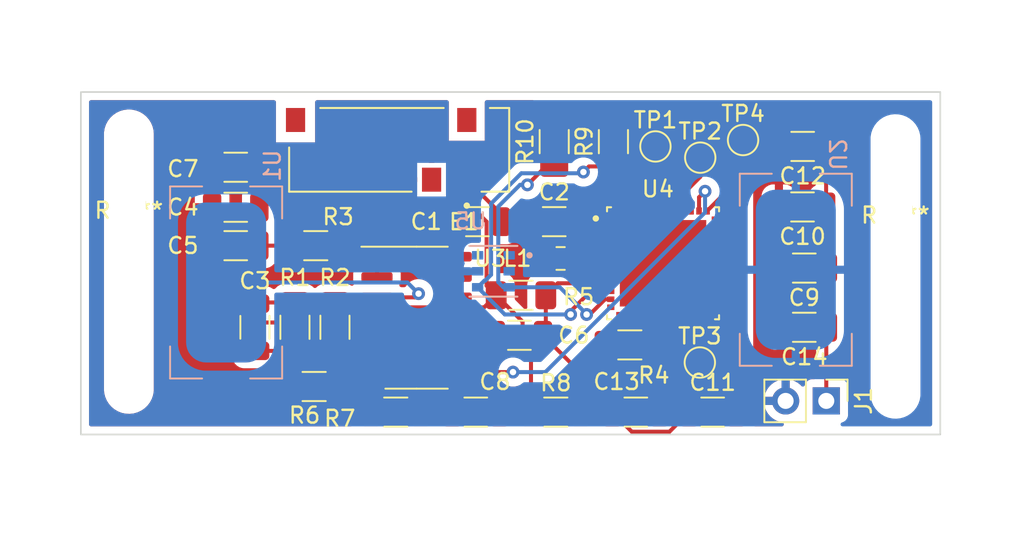
<source format=kicad_pcb>
(kicad_pcb (version 20211014) (generator pcbnew)
  (layers (0 "F.Cu" signal) (31 "B.Cu" signal) (34 "B.Paste" user) (35 "F.Paste" user) (36 "B.SilkS" user "B.Silkscreen") (37 "F.SilkS" user "F.Silkscreen") (38 "B.Mask" user) (39 "F.Mask" user) (44 "Edge.Cuts" user))
  (net 0 "")
  (net 1 "+3V3")
  (net 2 "Net-(C3-Pad2)")
  (net 3 "Net-(C4-Pad1)")
  (net 4 "GND")
  (net 5 "S")
  (net 6 "Net-(C11-Pad1)")
  (net 7 "Net-(R3-Pad1)")
  (net 8 "Net-(R6-Pad1)")
  (net 9 "SDA")
  (net 10 "SCL")
  (net 13 "Net-(C1-Pad2)")
  (net 14 "Net-(C2-Pad2)")
  (net 15 "Net-(C6-Pad1)")
  (net 16 "Net-(TP1-Pad1)")
  (net 17 "Net-(TP2-Pad1)")
  (net 18 "Net-(TP3-Pad1)")
  (net 51 "Net-(U4-Pad18)")
  (footprint "Resistor_SMD:R_1206_3216Metric_Pad1.30x1.75mm_HandSolder" (layer "F.Cu") (at 130.675 123.3 -90)
    (fp_text reference "R2" (at -3.1 0 180) (layer "F.SilkS"))
    (fp_text value "1M")
    (fp_line (start -0.727064 0.91) (end 0.727064 0.91) (layer "F.SilkS") (width 0.12))
    (fp_line (start -0.727064 -0.91) (end 0.727064 -0.91) (layer "F.SilkS") (width 0.12))
    (pad "1" smd roundrect (at -1.55 0 270) (size 1.3 1.75) (layers "F.Cu" "F.Paste" "F.Mask") (roundrect_rratio 0.192308) (net 2 "Net-(C3-Pad2)"))
    (pad "2" smd roundrect (at 1.55 0 270) (size 1.3 1.75) (layers "F.Cu" "F.Paste" "F.Mask") (roundrect_rratio 0.192308) (net 4 "GND"))
  )
  (footprint "Capacitor_SMD:C_1206_3216Metric" (layer "F.Cu") (at 124.475 115.8 180)
    (fp_text reference "C4" (at 3.3 0) (layer "F.SilkS"))
    (fp_text value "100u")
    (fp_line (start -0.711252 0.91) (end 0.711252 0.91) (layer "F.SilkS") (width 0.12))
    (fp_line (start -0.711252 -0.91) (end 0.711252 -0.91) (layer "F.SilkS") (width 0.12))
    (pad "1" smd roundrect (at -1.475 0 180) (size 1.15 1.8) (layers "F.Cu" "F.Paste" "F.Mask") (roundrect_rratio 0.217391) (net 3 "Net-(C4-Pad1)"))
    (pad "2" smd roundrect (at 1.475 0 180) (size 1.15 1.8) (layers "F.Cu" "F.Paste" "F.Mask") (roundrect_rratio 0.217391) (net 4 "GND"))
  )
  (footprint "TestPoint:TestPoint_Pad_D1.5mm" (layer "F.Cu") (at 153.5 112.7)
    (fp_text reference "TP2" (at 0 -1.648) (layer "F.SilkS"))
    (fp_text value "TestPoint")
    (fp_circle (center 0 0) (end 0 0.95) (layer "F.SilkS") (width 0.12) (fill none))
    (pad "1" smd circle (at 0 0) (size 1.5 1.5) (layers "F.Cu" "F.Mask") (net 17 "Net-(TP2-Pad1)"))
  )
  (footprint "MountingHole:MountingHole_2.1mm" (layer "F.Cu") (at 165.7 119.5)
    (fp_text reference "REF**" (at 0 -3.2) (layer "F.SilkS"))
    (fp_text value "MountingHole_2.1mm")
    (pad "" np_thru_hole oval (at 0 0) (size 2.1 18) (drill oval 2.1 18) (layers F&B.Cu *.Mask))
  )
  (footprint "TestPoint:TestPoint_Pad_D1.5mm" (layer "F.Cu") (at 153.475 125.5)
    (fp_text reference "TP3" (at 0 -1.648) (layer "F.SilkS"))
    (fp_text value "TestPoint")
    (fp_circle (center 0 0) (end 0 0.95) (layer "F.SilkS") (width 0.12) (fill none))
    (pad "1" smd circle (at 0 0) (size 1.5 1.5) (layers "F.Cu" "F.Mask") (net 18 "Net-(TP3-Pad1)"))
  )
  (footprint "TestPoint:TestPoint_Pad_D1.5mm" (layer "F.Cu") (at 156.175 111.6)
    (fp_text reference "TP4" (at 0 -1.648) (layer "F.SilkS"))
    (fp_text value "TestPoint")
    (fp_circle (center 0 0) (end 0 0.95) (layer "F.SilkS") (width 0.12) (fill none))
    (pad "1" smd circle (at 0 0) (size 1.5 1.5) (layers "F.Cu" "F.Mask") (net 15 "Net-(C6-Pad1)"))
  )
  (footprint "MountingHole:MountingHole_2.1mm" (layer "F.Cu") (at 117.8 119.2)
    (fp_text reference "REF**" (at 0 -3.2) (layer "F.SilkS"))
    (fp_text value "MountingHole_2.1mm")
    (pad "" np_thru_hole oval (at 0 0) (size 2.1 18) (drill oval 2.1 18) (layers F&B.Cu *.Mask))
  )
  (footprint "Resistor_SMD:R_1206_3216Metric_Pad1.30x1.75mm_HandSolder" (layer "F.Cu") (at 129.375 127 180)
    (fp_text reference "R6" (at 0.6 -1.8) (layer "F.SilkS"))
    (fp_text value "2.4k")
    (fp_line (start -0.727064 -0.91) (end 0.727064 -0.91) (layer "F.SilkS") (width 0.12))
    (fp_line (start -0.727064 0.91) (end 0.727064 0.91) (layer "F.SilkS") (width 0.12))
    (pad "1" smd roundrect (at -1.55 0 180) (size 1.3 1.75) (layers "F.Cu" "F.Paste" "F.Mask") (roundrect_rratio 0.192308) (net 8 "Net-(R6-Pad1)"))
    (pad "2" smd roundrect (at 1.55 0 180) (size 1.3 1.75) (layers "F.Cu" "F.Paste" "F.Mask") (roundrect_rratio 0.192308) (net 4 "GND"))
  )
  (footprint "Capacitor_SMD:C_1206_3216Metric" (layer "F.Cu") (at 124.475 113.3 180)
    (fp_text reference "C7" (at 3.3 -0.1) (layer "F.SilkS"))
    (fp_text value "1u")
    (fp_line (start -0.711252 0.91) (end 0.711252 0.91) (layer "F.SilkS") (width 0.12))
    (fp_line (start -0.711252 -0.91) (end 0.711252 -0.91) (layer "F.SilkS") (width 0.12))
    (pad "1" smd roundrect (at -1.475 0 180) (size 1.15 1.8) (layers "F.Cu" "F.Paste" "F.Mask") (roundrect_rratio 0.217391) (net 3 "Net-(C4-Pad1)"))
    (pad "2" smd roundrect (at 1.475 0 180) (size 1.15 1.8) (layers "F.Cu" "F.Paste" "F.Mask") (roundrect_rratio 0.217391) (net 4 "GND"))
  )
  (footprint "Capacitor_SMD:C_1206_3216Metric" (layer "F.Cu") (at 139.575 116.7)
    (fp_text reference "C1" (at -3.2 0) (layer "F.SilkS"))
    (fp_text value "2.7pF")
    (fp_line (start -0.711252 0.91) (end 0.711252 0.91) (layer "F.SilkS") (width 0.12))
    (fp_line (start -0.711252 -0.91) (end 0.711252 -0.91) (layer "F.SilkS") (width 0.12))
    (pad "1" smd roundrect (at -1.475 0) (size 1.15 1.8) (layers "F.Cu" "F.Paste" "F.Mask") (roundrect_rratio 0.217391) (net 4 "GND"))
    (pad "2" smd roundrect (at 1.475 0) (size 1.15 1.8) (layers "F.Cu" "F.Paste" "F.Mask") (roundrect_rratio 0.217391) (net 13 "Net-(C1-Pad2)"))
  )
  (footprint "Capacitor_SMD:C_1206_3216Metric" (layer "F.Cu") (at 154.275 128.6)
    (fp_text reference "C11" (at 0 -1.85) (layer "F.SilkS"))
    (fp_text value "10uF")
    (fp_line (start -0.711252 0.91) (end 0.711252 0.91) (layer "F.SilkS") (width 0.12))
    (fp_line (start -0.711252 -0.91) (end 0.711252 -0.91) (layer "F.SilkS") (width 0.12))
    (pad "1" smd roundrect (at -1.475 0) (size 1.15 1.8) (layers "F.Cu" "F.Paste" "F.Mask") (roundrect_rratio 0.217391) (net 6 "Net-(C11-Pad1)"))
    (pad "2" smd roundrect (at 1.475 0) (size 1.15 1.8) (layers "F.Cu" "F.Paste" "F.Mask") (roundrect_rratio 0.217391) (net 4 "GND"))
  )
  (footprint "ESP_32:PQFN50P700X700X104-49N" (layer "F.Cu") (at 151.175 119.3)
    (fp_text reference "U4" (at -0.325 -4.635) (layer "F.SilkS"))
    (fp_text value "ESP32-PICO-D4")
    (fp_line (start -3.5 3.5) (end -3.245 3.5) (layer "F.SilkS") (width 0.127))
    (fp_line (start 3.5 3.245) (end 3.5 3.5) (layer "F.SilkS") (width 0.127))
    (fp_line (start -3.5 -3.5) (end -3.245 -3.5) (layer "F.SilkS") (width 0.127))
    (fp_line (start 3.5 -3.5) (end 3.245 -3.5) (layer "F.SilkS") (width 0.127))
    (fp_line (start 3.5 3.5) (end 3.245 3.5) (layer "F.SilkS") (width 0.127))
    (fp_line (start -3.5 -3.245) (end -3.5 -3.5) (layer "F.SilkS") (width 0.127))
    (fp_line (start -3.5 3.245) (end -3.5 3.5) (layer "F.SilkS") (width 0.127))
    (fp_line (start 3.5 -3.245) (end 3.5 -3.5) (layer "F.SilkS") (width 0.127))
    (fp_circle (center -4.2 -2.8) (end -4.1 -2.8) (layer "F.SilkS") (width 0.2) (fill none))
    (pad "1" smd roundrect (at -3.265 -2.75 180) (size 0.45 0.35) (layers "F.Cu" "F.Paste" "F.Mask") (roundrect_rratio 0.04) (net 1 "+3V3"))
    (pad "2" smd roundrect (at -3.265 -2.25 180) (size 0.45 0.35) (layers "F.Cu" "F.Paste" "F.Mask") (roundrect_rratio 0.04) (net 14 "Net-(C2-Pad2)"))
    (pad "3" smd roundrect (at -3.265 -1.75 180) (size 0.45 0.35) (layers "F.Cu" "F.Paste" "F.Mask") (roundrect_rratio 0.04) (net 1 "+3V3"))
    (pad "4" smd roundrect (at -3.265 -1.25 180) (size 0.45 0.35) (layers "F.Cu" "F.Paste" "F.Mask") (roundrect_rratio 0.04) (net 1 "+3V3"))
    (pad "5" smd roundrect (at -3.265 -0.75 180) (size 0.45 0.35) (layers "F.Cu" "F.Paste" "F.Mask") (roundrect_rratio 0.04))
    (pad "6" smd roundrect (at -3.265 -0.25 180) (size 0.45 0.35) (layers "F.Cu" "F.Paste" "F.Mask") (roundrect_rratio 0.04))
    (pad "7" smd roundrect (at -3.265 0.25 180) (size 0.45 0.35) (layers "F.Cu" "F.Paste" "F.Mask") (roundrect_rratio 0.04))
    (pad "8" smd roundrect (at -3.265 0.75 180) (size 0.45 0.35) (layers "F.Cu" "F.Paste" "F.Mask") (roundrect_rratio 0.04))
    (pad "9" smd roundrect (at -3.265 1.25 180) (size 0.45 0.35) (layers "F.Cu" "F.Paste" "F.Mask") (roundrect_rratio 0.04) (net 15 "Net-(C6-Pad1)"))
    (pad "10" smd roundrect (at -3.265 1.75 180) (size 0.45 0.35) (layers "F.Cu" "F.Paste" "F.Mask") (roundrect_rratio 0.04) (net 9 "SDA"))
    (pad "11" smd roundrect (at -3.265 2.25 180) (size 0.45 0.35) (layers "F.Cu" "F.Paste" "F.Mask") (roundrect_rratio 0.04) (net 10 "SCL"))
    (pad "12" smd roundrect (at -3.265 2.75 180) (size 0.45 0.35) (layers "F.Cu" "F.Paste" "F.Mask") (roundrect_rratio 0.04))
    (pad "13" smd roundrect (at -2.75 3.265 270) (size 0.45 0.35) (layers "F.Cu" "F.Paste" "F.Mask") (roundrect_rratio 0.04))
    (pad "14" smd roundrect (at -2.25 3.265 270) (size 0.45 0.35) (layers "F.Cu" "F.Paste" "F.Mask") (roundrect_rratio 0.04))
    (pad "15" smd roundrect (at -1.75 3.265 270) (size 0.45 0.35) (layers "F.Cu" "F.Paste" "F.Mask") (roundrect_rratio 0.04))
    (pad "16" smd roundrect (at -1.25 3.265 270) (size 0.45 0.35) (layers "F.Cu" "F.Paste" "F.Mask") (roundrect_rratio 0.04))
    (pad "17" smd roundrect (at -0.75 3.265 270) (size 0.45 0.35) (layers "F.Cu" "F.Paste" "F.Mask") (roundrect_rratio 0.04))
    (pad "18" smd roundrect (at -0.25 3.265 270) (size 0.45 0.35) (layers "F.Cu" "F.Paste" "F.Mask") (roundrect_rratio 0.04) (net 51 "Net-(U4-Pad18)"))
    (pad "19" smd roundrect (at 0.25 3.265 270) (size 0.45 0.35) (layers "F.Cu" "F.Paste" "F.Mask") (roundrect_rratio 0.04) (net 1 "+3V3"))
    (pad "20" smd roundrect (at 0.75 3.265 270) (size 0.45 0.35) (layers "F.Cu" "F.Paste" "F.Mask") (roundrect_rratio 0.04))
    (pad "21" smd roundrect (at 1.25 3.265 270) (size 0.45 0.35) (layers "F.Cu" "F.Paste" "F.Mask") (roundrect_rratio 0.04))
    (pad "22" smd roundrect (at 1.75 3.265 270) (size 0.45 0.35) (layers "F.Cu" "F.Paste" "F.Mask") (roundrect_rratio 0.04))
    (pad "23" smd roundrect (at 2.25 3.265 270) (size 0.45 0.35) (layers "F.Cu" "F.Paste" "F.Mask") (roundrect_rratio 0.04) (net 18 "Net-(TP3-Pad1)"))
    (pad "24" smd roundrect (at 2.75 3.265 270) (size 0.45 0.35) (layers "F.Cu" "F.Paste" "F.Mask") (roundrect_rratio 0.04))
    (pad "25" smd roundrect (at 3.265 2.75) (size 0.45 0.35) (layers "F.Cu" "F.Paste" "F.Mask") (roundrect_rratio 0.04))
    (pad "26" smd roundrect (at 3.265 2.25) (size 0.45 0.35) (layers "F.Cu" "F.Paste" "F.Mask") (roundrect_rratio 0.04))
    (pad "27" smd roundrect (at 3.265 1.75) (size 0.45 0.35) (layers "F.Cu" "F.Paste" "F.Mask") (roundrect_rratio 0.04))
    (pad "28" smd roundrect (at 3.265 1.25) (size 0.45 0.35) (layers "F.Cu" "F.Paste" "F.Mask") (roundrect_rratio 0.04))
    (pad "29" smd roundrect (at 3.265 0.75) (size 0.45 0.35) (layers "F.Cu" "F.Paste" "F.Mask") (roundrect_rratio 0.04))
    (pad "30" smd roundrect (at 3.265 0.25) (size 0.45 0.35) (layers "F.Cu" "F.Paste" "F.Mask") (roundrect_rratio 0.04))
    (pad "31" smd roundrect (at 3.265 -0.25) (size 0.45 0.35) (layers "F.Cu" "F.Paste" "F.Mask") (roundrect_rratio 0.04))
    (pad "32" smd roundrect (at 3.265 -0.75) (size 0.45 0.35) (layers "F.Cu" "F.Paste" "F.Mask") (roundrect_rratio 0.04))
    (pad "33" smd roundrect (at 3.265 -1.25) (size 0.45 0.35) (layers "F.Cu" "F.Paste" "F.Mask") (roundrect_rratio 0.04))
    (pad "34" smd roundrect (at 3.265 -1.75) (size 0.45 0.35) (layers "F.Cu" "F.Paste" "F.Mask") (roundrect_rratio 0.04))
    (pad "35" smd roundrect (at 3.265 -2.25) (size 0.45 0.35) (layers "F.Cu" "F.Paste" "F.Mask") (roundrect_rratio 0.04))
    (pad "36" smd roundrect (at 3.265 -2.75) (size 0.45 0.35) (layers "F.Cu" "F.Paste" "F.Mask") (roundrect_rratio 0.04))
    (pad "37" smd roundrect (at 2.75 -3.265 90) (size 0.45 0.35) (layers "F.Cu" "F.Paste" "F.Mask") (roundrect_rratio 0.04) (net 1 "+3V3"))
    (pad "38" smd roundrect (at 2.25 -3.265 90) (size 0.45 0.35) (layers "F.Cu" "F.Paste" "F.Mask") (roundrect_rratio 0.04) (net 5 "S"))
    (pad "39" smd roundrect (at 1.75 -3.265 90) (size 0.45 0.35) (layers "F.Cu" "F.Paste" "F.Mask") (roundrect_rratio 0.04))
    (pad "40" smd roundrect (at 1.25 -3.265 90) (size 0.45 0.35) (layers "F.Cu" "F.Paste" "F.Mask") (roundrect_rratio 0.04) (net 17 "Net-(TP2-Pad1)"))
    (pad "41" smd roundrect (at 0.75 -3.265 90) (size 0.45 0.35) (layers "F.Cu" "F.Paste" "F.Mask") (roundrect_rratio 0.04) (net 16 "Net-(TP1-Pad1)"))
    (pad "42" smd roundrect (at 0.25 -3.265 90) (size 0.45 0.35) (layers "F.Cu" "F.Paste" "F.Mask") (roundrect_rratio 0.04))
    (pad "43" smd roundrect (at -0.25 -3.265 90) (size 0.45 0.35) (layers "F.Cu" "F.Paste" "F.Mask") (roundrect_rratio 0.04) (net 1 "+3V3"))
    (pad "44" smd roundrect (at -0.75 -3.265 90) (size 0.45 0.35) (layers "F.Cu" "F.Paste" "F.Mask") (roundrect_rratio 0.04))
    (pad "45" smd roundrect (at -1.25 -3.265 90) (size 0.45 0.35) (layers "F.Cu" "F.Paste" "F.Mask") (roundrect_rratio 0.04))
    (pad "46" smd roundrect (at -1.75 -3.265 90) (size 0.45 0.35) (layers "F.Cu" "F.Paste" "F.Mask") (roundrect_rratio 0.04) (net 1 "+3V3"))
    (pad "47" smd roundrect (at -2.25 -3.265 90) (size 0.45 0.35) (layers "F.Cu" "F.Paste" "F.Mask") (roundrect_rratio 0.04))
    (pad "48" smd roundrect (at -2.75 -3.265 90) (size 0.45 0.35) (layers "F.Cu" "F.Paste" "F.Mask") (roundrect_rratio 0.04))
    (pad "49" smd rect (at 0 0) (size 5.4 5.4) (layers "F.Cu" "F.Mask") (net 4 "GND"))
  )
  (footprint "Capacitor_SMD:C_1206_3216Metric" (layer "F.Cu") (at 159.9 112 180)
    (fp_text reference "C12" (at 0 -1.85) (layer "F.SilkS"))
    (fp_text value "100n")
    (fp_line (start -0.711252 0.91) (end 0.711252 0.91) (layer "F.SilkS") (width 0.12))
    (fp_line (start -0.711252 -0.91) (end 0.711252 -0.91) (layer "F.SilkS") (width 0.12))
    (pad "1" smd roundrect (at -1.475 0 180) (size 1.15 1.8) (layers "F.Cu" "F.Paste" "F.Mask") (roundrect_rratio 0.217391) (net 1 "+3V3"))
    (pad "2" smd roundrect (at 1.475 0 180) (size 1.15 1.8) (layers "F.Cu" "F.Paste" "F.Mask") (roundrect_rratio 0.217391) (net 4 "GND"))
  )
  (footprint "Capacitor_SMD:C_1206_3216Metric" (layer "F.Cu") (at 160 123.3 180)
    (fp_text reference "C14" (at 0 -1.85) (layer "F.SilkS"))
    (fp_text value "1n")
    (fp_line (start -0.711252 -0.91) (end 0.711252 -0.91) (layer "F.SilkS") (width 0.12))
    (fp_line (start -0.711252 0.91) (end 0.711252 0.91) (layer "F.SilkS") (width 0.12))
    (pad "1" smd roundrect (at -1.475 0 180) (size 1.15 1.8) (layers "F.Cu" "F.Paste" "F.Mask") (roundrect_rratio 0.217391) (net 1 "+3V3"))
    (pad "2" smd roundrect (at 1.475 0 180) (size 1.15 1.8) (layers "F.Cu" "F.Paste" "F.Mask") (roundrect_rratio 0.217391) (net 4 "GND"))
  )
  (footprint "Resistor_SMD:R_1206_3216Metric_Pad1.30x1.75mm_HandSolder" (layer "F.Cu") (at 149.1 124.4)
    (fp_text reference "R4" (at 1.5 1.9) (layer "F.SilkS"))
    (fp_text value "10K")
    (fp_line (start -0.727064 -0.91) (end 0.727064 -0.91) (layer "F.SilkS") (width 0.12))
    (fp_line (start -0.727064 0.91) (end 0.727064 0.91) (layer "F.SilkS") (width 0.12))
    (pad "1" smd roundrect (at -1.55 0) (size 1.3 1.75) (layers "F.Cu" "F.Paste" "F.Mask") (roundrect_rratio 0.192308) (net 1 "+3V3"))
    (pad "2" smd roundrect (at 1.55 0) (size 1.3 1.75) (layers "F.Cu" "F.Paste" "F.Mask") (roundrect_rratio 0.192308) (net 51 "Net-(U4-Pad18)"))
  )
  (footprint "Inductor_SMD:L_0805_2012Metric_Pad1.15x1.40mm_HandSolder" (layer "F.Cu") (at 144.775 119)
    (fp_text reference "L1" (at -2.7 0) (layer "F.SilkS"))
    (fp_text value "1.6nH")
    (fp_line (start -0.261252 -0.71) (end 0.261252 -0.71) (layer "F.SilkS") (width 0.12))
    (fp_line (start -0.261252 0.71) (end 0.261252 0.71) (layer "F.SilkS") (width 0.12))
    (pad "1" smd roundrect (at -1.025 0) (size 1.15 1.4) (layers "F.Cu" "F.Paste" "F.Mask") (roundrect_rratio 0.217391) (net 4 "GND"))
    (pad "2" smd roundrect (at 1.025 0) (size 1.15 1.4) (layers "F.Cu" "F.Paste" "F.Mask") (roundrect_rratio 0.217391) (net 14 "Net-(C2-Pad2)"))
  )
  (footprint "Resistor_SMD:R_1206_3216Metric_Pad1.30x1.75mm_HandSolder" (layer "F.Cu") (at 148.075 111.7 90)
    (fp_text reference "R9" (at 0 -1.82 90) (layer "F.SilkS"))
    (fp_text value "10k")
    (fp_line (start -0.727064 0.91) (end 0.727064 0.91) (layer "F.SilkS") (width 0.12))
    (fp_line (start -0.727064 -0.91) (end 0.727064 -0.91) (layer "F.SilkS") (width 0.12))
    (pad "1" smd roundrect (at -1.55 0 90) (size 1.3 1.75) (layers "F.Cu" "F.Paste" "F.Mask") (roundrect_rratio 0.192308) (net 9 "SDA"))
    (pad "2" smd roundrect (at 1.55 0 90) (size 1.3 1.75) (layers "F.Cu" "F.Paste" "F.Mask") (roundrect_rratio 0.192308) (net 1 "+3V3"))
  )
  (footprint "Resistor_SMD:R_1206_3216Metric_Pad1.30x1.75mm_HandSolder" (layer "F.Cu") (at 144.475 128.6)
    (fp_text reference "R8" (at 0 -1.82) (layer "F.SilkS"))
    (fp_text value "220")
    (fp_line (start -0.727064 -0.91) (end 0.727064 -0.91) (layer "F.SilkS") (width 0.12))
    (fp_line (start -0.727064 0.91) (end 0.727064 0.91) (layer "F.SilkS") (width 0.12))
    (pad "1" smd roundrect (at -1.55 0) (size 1.3 1.75) (layers "F.Cu" "F.Paste" "F.Mask") (roundrect_rratio 0.192308) (net 1 "+3V3"))
    (pad "2" smd roundrect (at 1.55 0) (size 1.3 1.75) (layers "F.Cu" "F.Paste" "F.Mask") (roundrect_rratio 0.192308) (net 6 "Net-(C11-Pad1)"))
  )
  (footprint "Package_SO:SOIC-14_3.9x8.7mm_P1.27mm" (layer "F.Cu") (at 135.775 122.7)
    (fp_text reference "U3" (at 4.6 -3.7) (layer "F.SilkS"))
    (fp_text value "LM324")
    (fp_line (start 0 -4.435) (end 1.95 -4.435) (layer "F.SilkS") (width 0.12))
    (fp_line (start 0 4.435) (end 1.95 4.435) (layer "F.SilkS") (width 0.12))
    (fp_line (start 0 -4.435) (end -3.45 -4.435) (layer "F.SilkS") (width 0.12))
    (fp_line (start 0 4.435) (end -1.95 4.435) (layer "F.SilkS") (width 0.12))
    (pad "1" smd roundrect (at -2.475 -3.81) (size 1.95 0.6) (layers "F.Cu" "F.Paste" "F.Mask") (net 7 "Net-(R3-Pad1)"))
    (pad "2" smd roundrect (at -2.475 -2.54) (size 1.95 0.6) (layers "F.Cu" "F.Paste" "F.Mask") (net 7 "Net-(R3-Pad1)"))
    (pad "3" smd roundrect (at -2.475 -1.27) (size 1.95 0.6) (layers "F.Cu" "F.Paste" "F.Mask") (net 2 "Net-(C3-Pad2)"))
    (pad "4" smd roundrect (at -2.475 0) (size 1.95 0.6) (layers "F.Cu" "F.Paste" "F.Mask") (net 1 "+3V3"))
    (pad "5" smd roundrect (at -2.475 1.27) (size 1.95 0.6) (layers "F.Cu" "F.Paste" "F.Mask") (net 3 "Net-(C4-Pad1)"))
    (pad "6" smd roundrect (at -2.475 2.54) (size 1.95 0.6) (layers "F.Cu" "F.Paste" "F.Mask") (net 8 "Net-(R6-Pad1)"))
    (pad "7" smd roundrect (at -2.475 3.81) (size 1.95 0.6) (layers "F.Cu" "F.Paste" "F.Mask") (net 5 "S"))
    (pad "8" smd roundrect (at 2.475 3.81) (size 1.95 0.6) (layers "F.Cu" "F.Paste" "F.Mask"))
    (pad "9" smd roundrect (at 2.475 2.54) (size 1.95 0.6) (layers "F.Cu" "F.Paste" "F.Mask"))
    (pad "10" smd roundrect (at 2.475 1.27) (size 1.95 0.6) (layers "F.Cu" "F.Paste" "F.Mask"))
    (pad "11" smd roundrect (at 2.475 0) (size 1.95 0.6) (layers "F.Cu" "F.Paste" "F.Mask") (net 4 "GND"))
    (pad "12" smd roundrect (at 2.475 -1.27) (size 1.95 0.6) (layers "F.Cu" "F.Paste" "F.Mask"))
    (pad "13" smd roundrect (at 2.475 -2.54) (size 1.95 0.6) (layers "F.Cu" "F.Paste" "F.Mask"))
    (pad "14" smd roundrect (at 2.475 -3.81) (size 1.95 0.6) (layers "F.Cu" "F.Paste" "F.Mask"))
  )
  (footprint "Capacitor_SMD:C_1206_3216Metric" (layer "F.Cu") (at 149.475 128.6)
    (fp_text reference "C13" (at -1.2 -1.9) (layer "F.SilkS"))
    (fp_text value "0.1uF")
    (fp_line (start -0.711252 -0.91) (end 0.711252 -0.91) (layer "F.SilkS") (width 0.12))
    (fp_line (start -0.711252 0.91) (end 0.711252 0.91) (layer "F.SilkS") (width 0.12))
    (pad "1" smd roundrect (at -1.475 0) (size 1.15 1.8) (layers "F.Cu" "F.Paste" "F.Mask") (roundrect_rratio 0.217391) (net 6 "Net-(C11-Pad1)"))
    (pad "2" smd roundrect (at 1.475 0) (size 1.15 1.8) (layers "F.Cu" "F.Paste" "F.Mask") (roundrect_rratio 0.217391) (net 4 "GND"))
  )
  (footprint "Capacitor_SMD:C_1206_3216Metric" (layer "F.Cu") (at 144.375 116.7)
    (fp_text reference "C2" (at 0 -1.85) (layer "F.SilkS"))
    (fp_text value "4.7pF")
    (fp_line (start -0.711252 -0.91) (end 0.711252 -0.91) (layer "F.SilkS") (width 0.12))
    (fp_line (start -0.711252 0.91) (end 0.711252 0.91) (layer "F.SilkS") (width 0.12))
    (pad "1" smd roundrect (at -1.475 0) (size 1.15 1.8) (layers "F.Cu" "F.Paste" "F.Mask") (roundrect_rratio 0.217391) (net 13 "Net-(C1-Pad2)"))
    (pad "2" smd roundrect (at 1.475 0) (size 1.15 1.8) (layers "F.Cu" "F.Paste" "F.Mask") (roundrect_rratio 0.217391) (net 14 "Net-(C2-Pad2)"))
  )
  (footprint "Antenna:ANT_PRO-OB-440" (layer "F.Cu") (at 138.9125 114.0775 180)
    (fp_text reference "E1" (at 0.175 -2.635) (layer "F.SilkS"))
    (fp_text value "PRO-OB-440")
    (fp_line (start 3.45 -0.75) (end 11.1 -0.75) (layer "F.SilkS") (width 0.127))
    (fp_line (start 1.445 4.48) (end 9.155 4.48) (layer "F.SilkS") (width 0.127))
    (fp_line (start -2.65 -0.75) (end -0.92 -0.75) (layer "F.SilkS") (width 0.127))
    (fp_line (start -2.65 4.48) (end -1.445 4.48) (layer "F.SilkS") (width 0.127))
    (fp_line (start 11.1 -0.75) (end 11.1 2.01) (layer "F.SilkS") (width 0.127))
    (fp_line (start -2.65 -0.75) (end -2.65 4.48) (layer "F.SilkS") (width 0.127))
    (fp_circle (center 0 -1.62) (end 0.1 -1.62) (layer "F.SilkS") (width 0.2) (fill none))
    (pad "1" smd rect (at 0 0 270) (size 1.5 1.2) (layers "F.Cu" "F.Paste" "F.Mask") (net 13 "Net-(C1-Pad2)"))
    (pad "2" smd rect (at 2.2 0 270) (size 1.5 1.2) (layers "F.Cu" "F.Paste" "F.Mask") (net 4 "GND"))
    (pad "3" smd rect (at 0 3.73 270) (size 1.5 1.2) (layers "F.Cu" "F.Paste" "F.Mask"))
    (pad "4" smd rect (at 10.7 3.73 270) (size 1.5 1.2) (layers "F.Cu" "F.Paste" "F.Mask"))
    (zone (net 0) (net_name "") (layer "F.Cu") (connect_pads (clearance 0)) (min_thickness 0.01)
      (keepout (tracks not_allowed) (vias not_allowed) (pads not_allowed) (copperpour not_allowed) (footprints allowed))
      (fill (thermal_gap 0.508) (thermal_bridge_width 0.508))
      (polygon (pts (xy 129.4375 111.7475) (xy 126.9875 111.7475) (xy 126.9875 108.9475) (xy 129.4375 108.9475)))
    )
    (zone (net 0) (net_name "") (layer "F.Cu") (connect_pads (clearance 0)) (min_thickness 0.01)
      (keepout (tracks not_allowed) (vias not_allowed) (pads not_allowed) (copperpour not_allowed) (footprints allowed))
      (fill (thermal_gap 0.508) (thermal_bridge_width 0.508))
      (polygon (pts (xy 137.6125 115.1275) (xy 135.8125 115.1275) (xy 135.8125 113.0275) (xy 137.6125 113.0275)))
    )
    (zone (net 0) (net_name "") (layer "F.Cu") (connect_pads (clearance 0)) (min_thickness 0.01)
      (keepout (tracks not_allowed) (vias not_allowed) (pads not_allowed) (copperpour not_allowed) (footprints allowed))
      (fill (thermal_gap 0.508) (thermal_bridge_width 0.508))
      (polygon (pts (xy 140.0375 111.6475) (xy 137.7875 111.6475) (xy 137.7875 109.0475) (xy 140.0375 109.0475)))
    )
    (zone (net 0) (net_name "") (layer "B.Cu") (connect_pads (clearance 0)) (min_thickness 0.01)
      (keepout (tracks not_allowed) (vias not_allowed) (pads not_allowed) (copperpour not_allowed) (footprints allowed))
      (fill (thermal_gap 0.508) (thermal_bridge_width 0.508))
      (polygon (pts (xy 129.4375 111.7475) (xy 126.9875 111.7475) (xy 126.9875 108.9475) (xy 129.4375 108.9475)))
    )
    (zone (net 0) (net_name "") (layer "B.Cu") (connect_pads (clearance 0)) (min_thickness 0.01)
      (keepout (tracks not_allowed) (vias not_allowed) (pads not_allowed) (copperpour not_allowed) (footprints allowed))
      (fill (thermal_gap 0.508) (thermal_bridge_width 0.508))
      (polygon (pts (xy 140.0375 111.6475) (xy 137.7875 111.6475) (xy 137.7875 109.0475) (xy 140.0375 109.0475)))
    )
    (zone (net 0) (net_name "") (layer "B.Cu") (connect_pads (clearance 0)) (min_thickness 0.01)
      (keepout (tracks not_allowed) (vias not_allowed) (pads not_allowed) (copperpour not_allowed) (footprints allowed))
      (fill (thermal_gap 0.508) (thermal_bridge_width 0.508))
      (polygon (pts (xy 137.6125 115.1275) (xy 135.8125 115.1275) (xy 135.8125 113.0275) (xy 137.6125 113.0275)))
    )
  )
  (footprint "Capacitor_SMD:C_1206_3216Metric" (layer "F.Cu") (at 125.675 123.3 90)
    (fp_text reference "C3" (at 2.9 0 180) (layer "F.SilkS"))
    (fp_text value "1u")
    (fp_line (start -0.711252 -0.91) (end 0.711252 -0.91) (layer "F.SilkS") (width 0.12))
    (fp_line (start -0.711252 0.91) (end 0.711252 0.91) (layer "F.SilkS") (width 0.12))
    (pad "1" smd roundrect (at -1.475 0 90) (size 1.15 1.8) (layers "F.Cu" "F.Paste" "F.Mask") (roundrect_rratio 0.217391) (net 1 "+3V3"))
    (pad "2" smd roundrect (at 1.475 0 90) (size 1.15 1.8) (layers "F.Cu" "F.Paste" "F.Mask") (roundrect_rratio 0.217391) (net 2 "Net-(C3-Pad2)"))
  )
  (footprint "Resistor_SMD:R_1206_3216Metric_Pad1.30x1.75mm_HandSolder" (layer "F.Cu") (at 142.3 121.3)
    (fp_text reference "R5" (at 3.6 0.1) (layer "F.SilkS"))
    (fp_text value "10K")
    (fp_line (start -0.727064 0.91) (end 0.727064 0.91) (layer "F.SilkS") (width 0.12))
    (fp_line (start -0.727064 -0.91) (end 0.727064 -0.91) (layer "F.SilkS") (width 0.12))
    (pad "1" smd roundrect (at -1.55 0) (size 1.3 1.75) (layers "F.Cu" "F.Paste" "F.Mask") (roundrect_rratio 0.192308) (net 1 "+3V3"))
    (pad "2" smd roundrect (at 1.55 0) (size 1.3 1.75) (layers "F.Cu" "F.Paste" "F.Mask") (roundrect_rratio 0.192308) (net 15 "Net-(C6-Pad1)"))
  )
  (footprint "Capacitor_SMD:C_1206_3216Metric" (layer "F.Cu") (at 139.475 128.6)
    (fp_text reference "C8" (at 1.2 -1.9) (layer "F.SilkS"))
    (fp_text value "100n")
    (fp_line (start -0.711252 -0.91) (end 0.711252 -0.91) (layer "F.SilkS") (width 0.12))
    (fp_line (start -0.711252 0.91) (end 0.711252 0.91) (layer "F.SilkS") (width 0.12))
    (pad "1" smd roundrect (at -1.475 0) (size 1.15 1.8) (layers "F.Cu" "F.Paste" "F.Mask") (roundrect_rratio 0.217391) (net 5 "S"))
    (pad "2" smd roundrect (at 1.475 0) (size 1.15 1.8) (layers "F.Cu" "F.Paste" "F.Mask") (roundrect_rratio 0.217391) (net 4 "GND"))
  )
  (footprint "Resistor_SMD:R_1206_3216Metric_Pad1.30x1.75mm_HandSolder" (layer "F.Cu") (at 144.375 111.7 90)
    (fp_text reference "R10" (at 0 -1.82 90) (layer "F.SilkS"))
    (fp_text value "10k")
    (fp_line (start -0.727064 -0.91) (end 0.727064 -0.91) (layer "F.SilkS") (width 0.12))
    (fp_line (start -0.727064 0.91) (end 0.727064 0.91) (layer "F.SilkS") (width 0.12))
    (pad "1" smd roundrect (at -1.55 0 90) (size 1.3 1.75) (layers "F.Cu" "F.Paste" "F.Mask") (roundrect_rratio 0.192308) (net 10 "SCL"))
    (pad "2" smd roundrect (at 1.55 0 90) (size 1.3 1.75) (layers "F.Cu" "F.Paste" "F.Mask") (roundrect_rratio 0.192308) (net 1 "+3V3"))
  )
  (footprint "Connector_PinHeader_2.54mm:PinHeader_1x02_P2.54mm_Vertical" (layer "F.Cu") (at 161.375 127.9 -90)
    (fp_text reference "J1" (at 0 -2.33 90) (layer "F.SilkS"))
    (fp_text value "Conn_01x02")
    (fp_line (start -1.33 3.87) (end 1.33 3.87) (layer "F.SilkS") (width 0.12))
    (fp_line (start -1.33 1.27) (end 1.33 1.27) (layer "F.SilkS") (width 0.12))
    (fp_line (start -1.33 -1.33) (end 0 -1.33) (layer "F.SilkS") (width 0.12))
    (fp_line (start 1.33 1.27) (end 1.33 3.87) (layer "F.SilkS") (width 0.12))
    (fp_line (start -1.33 1.27) (end -1.33 3.87) (layer "F.SilkS") (width 0.12))
    (fp_line (start -1.33 0) (end -1.33 -1.33) (layer "F.SilkS") (width 0.12))
    (pad "1" thru_hole rect (at 0 0 270) (size 1.7 1.7) (drill 1) (layers *.Cu *.Mask) (net 1 "+3V3"))
    (pad "2" thru_hole oval (at 0 2.54 270) (size 1.7 1.7) (drill 1) (layers *.Cu *.Mask) (net 4 "GND"))
  )
  (footprint "Resistor_SMD:R_1206_3216Metric_Pad1.30x1.75mm_HandSolder" (layer "F.Cu") (at 128.175 123.3 90)
    (fp_text reference "R1" (at 3.1 0 180) (layer "F.SilkS"))
    (fp_text value "1M")
    (fp_line (start -0.727064 -0.91) (end 0.727064 -0.91) (layer "F.SilkS") (width 0.12))
    (fp_line (start -0.727064 0.91) (end 0.727064 0.91) (layer "F.SilkS") (width 0.12))
    (pad "1" smd roundrect (at -1.55 0 90) (size 1.3 1.75) (layers "F.Cu" "F.Paste" "F.Mask") (roundrect_rratio 0.192308) (net 1 "+3V3"))
    (pad "2" smd roundrect (at 1.55 0 90) (size 1.3 1.75) (layers "F.Cu" "F.Paste" "F.Mask") (roundrect_rratio 0.192308) (net 2 "Net-(C3-Pad2)"))
  )
  (footprint "Capacitor_SMD:C_1206_3216Metric" (layer "F.Cu") (at 142.2 123.8 180)
    (fp_text reference "C6" (at -3.4 0) (layer "F.SilkS"))
    (fp_text value "0.1uF")
    (fp_line (start -0.711252 0.91) (end 0.711252 0.91) (layer "F.SilkS") (width 0.12))
    (fp_line (start -0.711252 -0.91) (end 0.711252 -0.91) (layer "F.SilkS") (width 0.12))
    (pad "1" smd roundrect (at -1.475 0 180) (size 1.15 1.8) (layers "F.Cu" "F.Paste" "F.Mask") (roundrect_rratio 0.217391) (net 15 "Net-(C6-Pad1)"))
    (pad "2" smd roundrect (at 1.475 0 180) (size 1.15 1.8) (layers "F.Cu" "F.Paste" "F.Mask") (roundrect_rratio 0.217391) (net 4 "GND"))
  )
  (footprint "Resistor_SMD:R_1206_3216Metric_Pad1.30x1.75mm_HandSolder" (layer "F.Cu") (at 134.475 128.6 180)
    (fp_text reference "R7" (at 3.5 -0.4) (layer "F.SilkS"))
    (fp_text value "1k")
    (fp_line (start -0.727064 0.91) (end 0.727064 0.91) (layer "F.SilkS") (width 0.12))
    (fp_line (start -0.727064 -0.91) (end 0.727064 -0.91) (layer "F.SilkS") (width 0.12))
    (pad "1" smd roundrect (at -1.55 0 180) (size 1.3 1.75) (layers "F.Cu" "F.Paste" "F.Mask") (roundrect_rratio 0.192308) (net 5 "S"))
    (pad "2" smd roundrect (at 1.55 0 180) (size 1.3 1.75) (layers "F.Cu" "F.Paste" "F.Mask") (roundrect_rratio 0.192308) (net 8 "Net-(R6-Pad1)"))
  )
  (footprint "Capacitor_SMD:C_1206_3216Metric" (layer "F.Cu") (at 160 119.6 180)
    (fp_text reference "C9" (at 0 -1.85) (layer "F.SilkS"))
    (fp_text value "10uF")
    (fp_line (start -0.711252 -0.91) (end 0.711252 -0.91) (layer "F.SilkS") (width 0.12))
    (fp_line (start -0.711252 0.91) (end 0.711252 0.91) (layer "F.SilkS") (width 0.12))
    (pad "1" smd roundrect (at -1.475 0 180) (size 1.15 1.8) (layers "F.Cu" "F.Paste" "F.Mask") (roundrect_rratio 0.217391) (net 1 "+3V3"))
    (pad "2" smd roundrect (at 1.475 0 180) (size 1.15 1.8) (layers "F.Cu" "F.Paste" "F.Mask") (roundrect_rratio 0.217391) (net 4 "GND"))
  )
  (footprint "Capacitor_SMD:C_1206_3216Metric" (layer "F.Cu") (at 124.475 118.2 180)
    (fp_text reference "C5" (at 3.3 0) (layer "F.SilkS"))
    (fp_text value "47u")
    (fp_line (start -0.711252 -0.91) (end 0.711252 -0.91) (layer "F.SilkS") (width 0.12))
    (fp_line (start -0.711252 0.91) (end 0.711252 0.91) (layer "F.SilkS") (width 0.12))
    (pad "1" smd roundrect (at -1.475 0 180) (size 1.15 1.8) (layers "F.Cu" "F.Paste" "F.Mask") (roundrect_rratio 0.217391) (net 3 "Net-(C4-Pad1)"))
    (pad "2" smd roundrect (at 1.475 0 180) (size 1.15 1.8) (layers "F.Cu" "F.Paste" "F.Mask") (roundrect_rratio 0.217391) (net 4 "GND"))
  )
  (footprint "Capacitor_SMD:C_1206_3216Metric" (layer "F.Cu") (at 159.89 115.78 180)
    (fp_text reference "C10" (at 0 -1.85) (layer "F.SilkS"))
    (fp_text value "0.1uF")
    (fp_line (start -0.711252 0.91) (end 0.711252 0.91) (layer "F.SilkS") (width 0.12))
    (fp_line (start -0.711252 -0.91) (end 0.711252 -0.91) (layer "F.SilkS") (width 0.12))
    (pad "1" smd roundrect (at -1.475 0 180) (size 1.15 1.8) (layers "F.Cu" "F.Paste" "F.Mask") (roundrect_rratio 0.217391) (net 1 "+3V3"))
    (pad "2" smd roundrect (at 1.475 0 180) (size 1.15 1.8) (layers "F.Cu" "F.Paste" "F.Mask") (roundrect_rratio 0.217391) (net 4 "GND"))
  )
  (footprint "TestPoint:TestPoint_Pad_D1.5mm" (layer "F.Cu") (at 150.7 112)
    (fp_text reference "TP1" (at 0 -1.648) (layer "F.SilkS"))
    (fp_text value "TestPoint")
    (fp_circle (center 0 0) (end 0 0.95) (layer "F.SilkS") (width 0.12) (fill none))
    (pad "1" smd circle (at 0 0) (size 1.5 1.5) (layers "F.Cu" "F.Mask") (net 16 "Net-(TP1-Pad1)"))
  )
  (footprint "Resistor_SMD:R_1206_3216Metric_Pad1.30x1.75mm_HandSolder" (layer "F.Cu") (at 129.475 118.2 180)
    (fp_text reference "R3" (at -1.4 1.8) (layer "F.SilkS"))
    (fp_text value "1k")
    (fp_line (start -0.727064 0.91) (end 0.727064 0.91) (layer "F.SilkS") (width 0.12))
    (fp_line (start -0.727064 -0.91) (end 0.727064 -0.91) (layer "F.SilkS") (width 0.12))
    (pad "1" smd roundrect (at -1.55 0 180) (size 1.3 1.75) (layers "F.Cu" "F.Paste" "F.Mask") (roundrect_rratio 0.192308) (net 7 "Net-(R3-Pad1)"))
    (pad "2" smd roundrect (at 1.55 0 180) (size 1.3 1.75) (layers "F.Cu" "F.Paste" "F.Mask") (roundrect_rratio 0.192308) (net 3 "Net-(C4-Pad1)"))
  )
  (footprint "Electrode:Electrode" (layer "B.Cu") (at 127.375 114.5 -90)
    (fp_text reference "U1" (at -1.295 0.605 90 unlocked) (layer "B.SilkS") (effects (justify mirror)))
    (fp_text value "Electrodes")
    (fp_line (start 12 2) (end 12 0) (layer "B.SilkS") (width 0.12))
    (fp_line (start 12 7) (end 12 5) (layer "B.SilkS") (width 0.12))
    (fp_line (start 0 7) (end 2 7) (layer "B.SilkS") (width 0.12))
    (fp_line (start 12 0) (end 10 0) (layer "B.SilkS") (width 0.12))
    (fp_line (start 0 0) (end 2 0) (layer "B.SilkS") (width 0.12))
    (fp_line (start 0 0) (end 0 2) (layer "B.SilkS") (width 0.12))
    (fp_line (start 0 5) (end 0 7) (layer "B.SilkS") (width 0.12))
    (fp_line (start 10 7) (end 12 7) (layer "B.SilkS") (width 0.12))
    (pad "1" smd roundrect (at 6 3.5 270) (size 10 5) (layers "B.Cu" "B.Paste" "B.Mask") (net 2 "Net-(C3-Pad2)"))
  )
  (footprint "Temp_Sensor:PSON100P300X300X110-6N" (layer "B.Cu") (at 140.575 119.8 180)
    (fp_text reference "U5" (at 1.425 3.135) (layer "B.SilkS") (effects (justify mirror)))
    (fp_text value "AHT20")
    (fp_line (start -1.5 1.585) (end 1.5 1.585) (layer "B.SilkS") (width 0.127))
    (fp_line (start 1.5 -1.585) (end -1.5 -1.585) (layer "B.SilkS") (width 0.127))
    (fp_circle (center -2.255 1) (end -2.155 1) (layer "B.SilkS") (width 0.2) (fill none))
    (pad "1" smd roundrect (at -0.985 1 180) (size 0.71 0.53) (layers "B.Cu" "B.Paste" "B.Mask") (roundrect_rratio 0.07))
    (pad "2" smd roundrect (at -0.985 0 180) (size 0.71 0.53) (layers "B.Cu" "B.Paste" "B.Mask") (roundrect_rratio 0.07) (net 6 "Net-(C11-Pad1)"))
    (pad "3" smd roundrect (at -0.985 -1 180) (size 0.71 0.53) (layers "B.Cu" "B.Paste" "B.Mask") (roundrect_rratio 0.07) (net 10 "SCL"))
    (pad "4" smd roundrect (at 0.985 -1 180) (size 0.71 0.53) (layers "B.Cu" "B.Paste" "B.Mask") (roundrect_rratio 0.07) (net 9 "SDA"))
    (pad "5" smd roundrect (at 0.985 0 180) (size 0.71 0.53) (layers "B.Cu" "B.Paste" "B.Mask") (roundrect_rratio 0.07) (net 4 "GND"))
    (pad "6" smd roundrect (at 0.985 1 180) (size 0.71 0.53) (layers "B.Cu" "B.Paste" "B.Mask") (roundrect_rratio 0.07))
  )
  (footprint "Electrode:Electrode" (layer "B.Cu") (at 155.97 125.705 90)
    (fp_text reference "U2" (at 13.2 6.1 270 unlocked) (layer "B.SilkS") (effects (justify mirror)))
    (fp_text value "Electrodes")
    (fp_line (start 12 2) (end 12 0) (layer "B.SilkS") (width 0.12))
    (fp_line (start 0 0) (end 0 2) (layer "B.SilkS") (width 0.12))
    (fp_line (start 0 5) (end 0 7) (layer "B.SilkS") (width 0.12))
    (fp_line (start 12 0) (end 10 0) (layer "B.SilkS") (width 0.12))
    (fp_line (start 0 0) (end 2 0) (layer "B.SilkS") (width 0.12))
    (fp_line (start 10 7) (end 12 7) (layer "B.SilkS") (width 0.12))
    (fp_line (start 0 7) (end 2 7) (layer "B.SilkS") (width 0.12))
    (fp_line (start 12 7) (end 12 5) (layer "B.SilkS") (width 0.12))
    (pad "1" smd roundrect (at 6 3.5 90) (size 10 5) (layers "B.Cu" "B.Paste" "B.Mask") (net 4 "GND"))
  )
  (gr_rect (start 114.8 130) (end 168.5 108.6) (layer "Edge.Cuts") (width 0.1) (fill none))
  (segment (start 137.987989 113.002989) (end 141.522011 113.002989) (width 0.25) (layer "F.Cu") (net 1))
  (segment (start 151.287493 125.6) (end 148.75 125.6) (width 0.25) (layer "F.Cu") (net 1))
  (segment (start 131.462493 123.8) (end 129.225 123.8) (width 0.25) (layer "F.Cu") (net 1))
  (segment (start 129.225 123.8) (end 128.175 124.85) (width 0.25) (layer "F.Cu") (net 1))
  (segment (start 161.365 115.78) (end 161.365 112.01) (width 0.25) (layer "F.Cu") (net 1))
  (segment (start 140.15048 116.702491) (end 138.6 115.152011) (width 0.25) (layer "F.Cu") (net 1))
  (segment (start 134.59952 123.623448) (end 134.59952 124.40048) (width 0.25) (layer "F.Cu") (net 1))
  (segment (start 132.257013 124.59452) (end 131.462493 123.8) (width 0.25) (layer "F.Cu") (net 1))
  (segment (start 154.55 110.15) (end 148.075 110.15) (width 0.25) (layer "F.Cu") (net 1))
  (segment (start 142.4 124.9) (end 142.4 122.95) (width 0.25) (layer "F.Cu") (net 1))
  (segment (start 128.175 124.85) (end 128.1 124.775) (width 0.25) (layer "F.Cu") (net 1))
  (segment (start 159.525 110.15) (end 154.55 110.15) (width 0.25) (layer "F.Cu") (net 1))
  (segment (start 149.425 116.035) (end 149.425 114.175) (width 0.25) (layer "F.Cu") (net 1))
  (segment (start 133.3 122.7) (end 133.94548 122.05452) (width 0.25) (layer "F.Cu") (net 1))
  (segment (start 138.6 115.152011) (end 137.987989 115.152011) (width 0.25) (layer "F.Cu") (net 1))
  (segment (start 161.375 123.4) (end 161.475 123.3) (width 0.25) (layer "F.Cu") (net 1))
  (segment (start 140.15048 120.70048) (end 140.15048 116.702491) (width 0.25) (layer "F.Cu") (net 1))
  (segment (start 149.425 114.175) (end 149.425 111.5) (width 0.25) (layer "F.Cu") (net 1))
  (segment (start 161.365 112.01) (end 161.375 112) (width 0.25) (layer "F.Cu") (net 1))
  (segment (start 134.40548 124.59452) (end 132.257013 124.59452) (width 0.25) (layer "F.Cu") (net 1))
  (segment (start 151.425 123.337507) (end 151.62452 123.537027) (width 0.25) (layer "F.Cu") (net 1))
  (segment (start 151.62452 125.262973) (end 151.287493 125.6) (width 0.25) (layer "F.Cu") (net 1))
  (segment (start 151.62452 123.537027) (end 151.62452 125.262973) (width 0.25) (layer "F.Cu") (net 1))
  (segment (start 137.987989 115.152011) (end 137.987989 113.002989) (width 0.25) (layer "F.Cu") (net 1))
  (segment (start 147.91 115.69) (end 149.425 114.175) (width 0.25) (layer "F.Cu") (net 1))
  (segment (start 150.925 115.675) (end 149.425 114.175) (width 0.25) (layer "F.Cu") (net 1))
  (segment (start 151.425 122.565) (end 151.425 123.337507) (width 0.25) (layer "F.Cu") (net 1))
  (segment (start 149.425 111.5) (end 148.075 110.15) (width 0.25) (layer "F.Cu") (net 1))
  (segment (start 148.75 125.6) (end 147.55 124.4) (width 0.25) (layer "F.Cu") (net 1))
  (segment (start 161.475 123.3) (end 161.475 119.6) (width 0.25) (layer "F.Cu") (net 1))
  (segment (start 154.9 110.5) (end 154.55 110.15) (width 0.25) (layer "F.Cu") (net 1))
  (segment (start 148.075 110.15) (end 144.375 110.15) (width 0.25) (layer "F.Cu") (net 1))
  (segment (start 161.375 127.9) (end 161.375 123.4) (width 0.25) (layer "F.Cu") (net 1))
  (segment (start 161.475 115.89) (end 161.365 115.78) (width 0.25) (layer "F.Cu") (net 1))
  (segment (start 133.3 122.7) (end 133.676072 122.7) (width 0.25) (layer "F.Cu") (net 1))
  (segment (start 150.925 116.035) (end 150.925 115.675) (width 0.25) (layer "F.Cu") (net 1))
  (segment (start 139.99548 122.05452) (end 140.75 121.3) (width 0.25) (layer "F.Cu") (net 1))
  (segment (start 133.676072 122.7) (end 134.59952 123.623448) (width 0.25) (layer "F.Cu") (net 1))
  (segment (start 153.925 116.035) (end 154.9 115.06) (width 0.25) (layer "F.Cu") (net 1))
  (segment (start 142.925 128.6) (end 142.925 125.425) (width 0.25) (layer "F.Cu") (net 1))
  (segment (start 147.91 116.55) (end 147.91 115.69) (width 0.25) (layer "F.Cu") (net 1))
  (segment (start 161.365 115.78) (end 161.375 115.77) (width 0.25) (layer "F.Cu") (net 1))
  (segment (start 142.925 125.425) (end 142.4 124.9) (width 0.25) (layer "F.Cu") (net 1))
  (segment (start 128.1 124.775) (end 125.675 124.775) (width 0.25) (layer "F.Cu") (net 1))
  (segment (start 154.9 115.06) (end 154.9 110.5) (width 0.25) (layer "F.Cu") (net 1))
  (segment (start 161.375 112) (end 159.525 110.15) (width 0.25) (layer "F.Cu") (net 1))
  (segment (start 134.59952 124.40048) (end 134.40548 124.59452) (width 0.25) (layer "F.Cu") (net 1))
  (segment (start 147.91 118.05) (end 147.91 117.55) (width 0.25) (layer "F.Cu") (net 1))
  (segment (start 140.75 121.3) (end 140.15048 120.70048) (width 0.25) (layer "F.Cu") (net 1))
  (segment (start 133.94548 122.05452) (end 139.99548 122.05452) (width 0.25) (layer "F.Cu") (net 1))
  (segment (start 141.522011 113.002989) (end 144.375 110.15) (width 0.25) (layer "F.Cu") (net 1))
  (segment (start 161.475 119.6) (end 161.475 115.89) (width 0.25) (layer "F.Cu") (net 1))
  (segment (start 142.4 122.95) (end 140.75 121.3) (width 0.25) (layer "F.Cu") (net 1))
  (segment (start 130.995 121.43) (end 130.675 121.75) (width 0.25) (layer "F.Cu") (net 2))
  (segment (start 128.175 121.75) (end 125.75 121.75) (width 0.25) (layer "F.Cu") (net 2))
  (segment (start 133.3 121.43) (end 130.995 121.43) (width 0.25) (layer "F.Cu") (net 2))
  (segment (start 130.675 121.75) (end 128.175 121.75) (width 0.25) (layer "F.Cu") (net 2))
  (segment (start 135.9 121.2) (end 135.67 121.43) (width 0.25) (layer "F.Cu") (net 2))
  (segment (start 125.75 121.75) (end 125.675 121.825) (width 0.25) (layer "F.Cu") (net 2))
  (segment (start 135.67 121.43) (end 133.3 121.43) (width 0.25) (layer "F.Cu") (net 2))
  (via (at 135.9 121.2) (size 0.8) (drill 0.4) (layers "F.Cu" "B.Cu") (net 2))
  (segment (start 135.2 120.5) (end 135.9 121.2) (width 0.25) (layer "B.Cu") (net 2))
  (segment (start 123.875 120.5) (end 135.2 120.5) (width 0.25) (layer "B.Cu") (net 2))
  (segment (start 132.923928 123.97) (end 133.3 123.97) (width 0.25) (layer "F.Cu") (net 3))
  (segment (start 124.45048 119.69952) (end 124.45048 122.45048) (width 0.25) (layer "F.Cu") (net 3))
  (segment (start 127.925 118.2) (end 125.95 118.2) (width 0.25) (layer "F.Cu") (net 3))
  (segment (start 125.95 118.2) (end 124.45048 119.69952) (width 0.25) (layer "F.Cu") (net 3))
  (segment (start 125.95 118.2) (end 125.95 115.8) (width 0.25) (layer "F.Cu") (net 3))
  (segment (start 124.45048 122.45048) (end 125 123) (width 0.25) (layer "F.Cu") (net 3))
  (segment (start 125 123) (end 131.953928 123) (width 0.25) (layer "F.Cu") (net 3))
  (segment (start 131.953928 123) (end 132.923928 123.97) (width 0.25) (layer "F.Cu") (net 3))
  (segment (start 125.95 115.8) (end 125.95 113.3) (width 0.25) (layer "F.Cu") (net 3))
  (segment (start 138 128.6) (end 140.5 126.1) (width 0.25) (layer "F.Cu") (net 5))
  (segment (start 140.5 126.1) (end 141.8 126.1) (width 0.25) (layer "F.Cu") (net 5))
  (segment (start 138 128.6) (end 136.025 128.6) (width 0.25) (layer "F.Cu") (net 5))
  (segment (start 135.39 128.6) (end 133.3 126.51) (width 0.25) (layer "F.Cu") (net 5))
  (segment (start 136.025 128.6) (end 135.39 128.6) (width 0.25) (layer "F.Cu") (net 5))
  (segment (start 153.425 116.035) (end 153.425 115.175) (width 0.25) (layer "F.Cu") (net 5))
  (segment (start 153.425 115.175) (end 153.8 114.8) (width 0.25) (layer "F.Cu") (net 5))
  (via (at 153.8 114.8) (size 0.8) (drill 0.4) (layers "F.Cu" "B.Cu") (net 5))
  (via (at 141.8 126.1) (size 0.8) (drill 0.4) (layers "F.Cu" "B.Cu") (net 5))
  (segment (start 153.8 114.8) (end 153.8 116.124614) (width 0.25) (layer "B.Cu") (net 5))
  (segment (start 153.8 116.124614) (end 143.824614 126.1) (width 0.25) (layer "B.Cu") (net 5))
  (segment (start 143.824614 126.1) (end 141.8 126.1) (width 0.25) (layer "B.Cu") (net 5))
  (segment (start 151.57548 129.82452) (end 149.22452 129.82452) (width 0.25) (layer "F.Cu") (net 6))
  (segment (start 148 128.6) (end 146.025 128.6) (width 0.25) (layer "F.Cu") (net 6))
  (segment (start 152.8 128.6) (end 151.57548 129.82452) (width 0.25) (layer "F.Cu") (net 6))
  (segment (start 149.22452 129.82452) (end 148 128.6) (width 0.25) (layer "F.Cu") (net 6))
  (segment (start 133.3 118.89) (end 131.715 118.89) (width 0.25) (layer "F.Cu") (net 7))
  (segment (start 131.715 118.89) (end 131.025 118.2) (width 0.25) (layer "F.Cu") (net 7))
  (segment (start 133.3 118.89) (end 133.3 120.16) (width 0.25) (layer "F.Cu") (net 7))
  (segment (start 132.925 128.6) (end 132.525 128.6) (width 0.25) (layer "F.Cu") (net 8))
  (segment (start 132.685 125.24) (end 133.3 125.24) (width 0.25) (layer "F.Cu") (net 8))
  (segment (start 132.525 128.6) (end 130.925 127) (width 0.25) (layer "F.Cu") (net 8))
  (segment (start 130.925 127) (end 132.685 125.24) (width 0.25) (layer "F.Cu") (net 8))
  (segment (start 146.55 113.25) (end 148.075 113.25) (width 0.25) (layer "F.Cu") (net 9))
  (segment (start 147.91 121.05) (end 146.65 121.05) (width 0.25) (layer "F.Cu") (net 9))
  (segment (start 146.65 121.05) (end 145.4 122.3) (width 0.25) (layer "F.Cu") (net 9))
  (segment (start 148.075 113.25) (end 147.512507 113.25) (width 0.25) (layer "F.Cu") (net 9))
  (segment (start 146.2 113.6) (end 146.55 113.25) (width 0.25) (layer "F.Cu") (net 9))
  (segment (start 145.4 122.3) (end 145.4 122.5) (width 0.25) (layer "F.Cu") (net 9))
  (via (at 145.4 122.5) (size 0.8) (drill 0.4) (layers "F.Cu" "B.Cu") (net 9))
  (via (at 146.2 113.6) (size 0.8) (drill 0.4) (layers "F.Cu" "B.Cu") (net 9))
  (segment (start 140.01048 120.38952) (end 139.6 120.8) (width 0.25) (layer "B.Cu") (net 9))
  (segment (start 141.29 122.5) (end 139.59 120.8) (width 0.25) (layer "B.Cu") (net 9))
  (segment (start 145.4 122.5) (end 141.29 122.5) (width 0.25) (layer "B.Cu") (net 9))
  (segment (start 146.2 113.6) (end 146.124511 113.675489) (width 0.25) (layer "B.Cu") (net 9))
  (segment (start 140.057687 120.38952) (end 140.01048 120.38952) (width 0.25) (layer "B.Cu") (net 9))
  (segment (start 142.324511 113.675489) (end 140.43096 115.569041) (width 0.25) (layer "B.Cu") (net 9))
  (segment (start 140.43096 120.016247) (end 140.057687 120.38952) (width 0.25) (layer "B.Cu") (net 9))
  (segment (start 146.124511 113.675489) (end 142.324511 113.675489) (width 0.25) (layer "B.Cu") (net 9))
  (segment (start 140.43096 115.569041) (end 140.43096 120.016247) (width 0.25) (layer "B.Cu") (net 9))
  (segment (start 139.6 120.8) (end 139.59 120.8) (width 0.25) (layer "B.Cu") (net 9))
  (segment (start 143.85 113.25) (end 142.7 114.4) (width 0.25) (layer "F.Cu") (net 10))
  (segment (start 146.6 122.5) (end 147.55 121.55) (width 0.25) (layer "F.Cu") (net 10))
  (segment (start 144.375 113.25) (end 143.85 113.25) (width 0.25) (layer "F.Cu") (net 10))
  (segment (start 146.4 122.5) (end 146.6 122.5) (width 0.25) (layer "F.Cu") (net 10))
  (segment (start 147.55 121.55) (end 147.91 121.55) (width 0.25) (layer "F.Cu") (net 10))
  (via (at 142.7 114.4) (size 0.8) (drill 0.4) (layers "F.Cu" "B.Cu") (net 10))
  (via (at 146.4 122.5) (size 0.8) (drill 0.4) (layers "F.Cu" "B.Cu") (net 10))
  (segment (start 140.88048 120.48048) (end 141.2 120.8) (width 0.25) (layer "B.Cu") (net 10))
  (segment (start 142.7 114.4) (end 142.235718 114.4) (width 0.25) (layer "B.Cu") (net 10))
  (segment (start 144.724614 120.8) (end 141.56 120.8) (width 0.25) (layer "B.Cu") (net 10))
  (segment (start 146.4 122.5) (end 146.4 122.475386) (width 0.25) (layer "B.Cu") (net 10))
  (segment (start 140.88048 115.755238) (end 140.88048 120.48048) (width 0.25) (layer "B.Cu") (net 10))
  (segment (start 141.2 120.8) (end 141.56 120.8) (width 0.25) (layer "B.Cu") (net 10))
  (segment (start 146.4 122.475386) (end 144.724614 120.8) (width 0.25) (layer "B.Cu") (net 10))
  (segment (start 142.235718 114.4) (end 140.88048 115.755238) (width 0.25) (layer "B.Cu") (net 10))
  (segment (start 138.9125 114.0775) (end 141.05 116.215) (width 0.25) (layer "F.Cu") (net 13))
  (segment (start 141.05 116.215) (end 141.05 116.7) (width 0.25) (layer "F.Cu") (net 13))
  (segment (start 141.05 116.7) (end 142.9 116.7) (width 0.25) (layer "F.Cu") (net 13))
  (segment (start 146.2 117.05) (end 145.85 116.7) (width 0.25) (layer "F.Cu") (net 14))
  (segment (start 145.8 116.75) (end 145.85 116.7) (width 0.25) (layer "F.Cu") (net 14))
  (segment (start 145.8 119) (end 145.8 116.75) (width 0.25) (layer "F.Cu") (net 14))
  (segment (start 147.91 117.05) (end 146.2 117.05) (width 0.25) (layer "F.Cu") (net 14))
  (segment (start 146.975 127.1) (end 143.675 123.8) (width 0.25) (layer "F.Cu") (net 15))
  (segment (start 143.85 123.625) (end 143.675 123.8) (width 0.25) (layer "F.Cu") (net 15))
  (segment (start 143.85 121.3) (end 143.85 123.625) (width 0.25) (layer "F.Cu") (net 15))
  (segment (start 144.6 120.55) (end 147.91 120.55) (width 0.25) (layer "F.Cu") (net 15))
  (segment (start 153.7 127.1) (end 146.975 127.1) (width 0.25) (layer "F.Cu") (net 15))
  (segment (start 156.175 124.625) (end 153.7 127.1) (width 0.25) (layer "F.Cu") (net 15))
  (segment (start 143.85 121.3) (end 144.6 120.55) (width 0.25) (layer "F.Cu") (net 15))
  (segment (start 156.175 111.6) (end 156.175 124.625) (width 0.25) (layer "F.Cu") (net 15))
  (segment (start 151.925 113.225) (end 151.925 116.035) (width 0.25) (layer "F.Cu") (net 16))
  (segment (start 150.7 112) (end 151.925 113.225) (width 0.25) (layer "F.Cu") (net 16))
  (segment (start 152.425 114.975) (end 153.5 113.9) (width 0.25) (layer "F.Cu") (net 17))
  (segment (start 152.425 116.035) (end 152.425 114.975) (width 0.25) (layer "F.Cu") (net 17))
  (segment (start 153.5 113.9) (end 153.5 112.7) (width 0.25) (layer "F.Cu") (net 17))
  (segment (start 153.425 125.45) (end 153.425 122.565) (width 0.25) (layer "F.Cu") (net 18))
  (segment (start 153.475 125.5) (end 153.425 125.45) (width 0.25) (layer "F.Cu") (net 18))
  (segment (start 151.025 124.4) (end 150.925 124.3) (width 0.25) (layer "F.Cu") (net 51))
  (segment (start 150.925 124.3) (end 150.925 122.565) (width 0.25) (layer "F.Cu") (net 51))
  (zone (net 4) (net_name "GND") (layers F&B.Cu) (connect_pads (clearance 0.508)) (min_thickness 0.254) (fill yes (thermal_gap 0.508) (thermal_bridge_width 0.508))
    (polygon (pts (xy 168.5 130) (xy 114.8 130) (xy 114.8 108.6) (xy 168.5 108.6)))
  )
)
</source>
